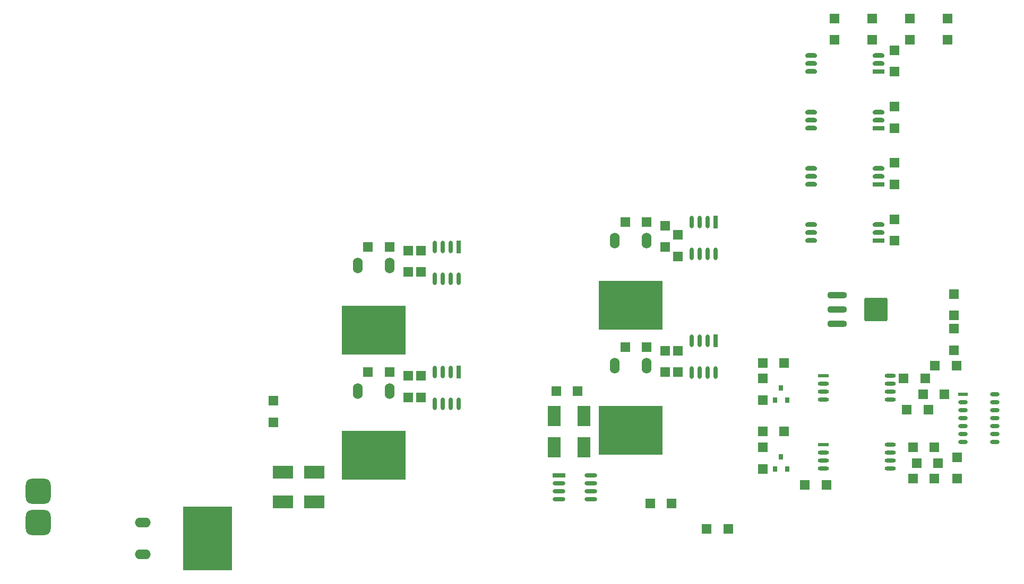
<source format=gtp>
G04 Layer_Color=8421504*
%FSLAX43Y43*%
%MOMM*%
G71*
G01*
G75*
%ADD10R,1.524X1.524*%
%ADD11R,1.524X1.524*%
%ADD12R,3.200X2.000*%
%ADD13R,2.000X3.200*%
%ADD14O,1.800X0.600*%
%ADD15R,1.800X0.600*%
%ADD16O,1.910X0.762*%
%ADD17R,1.910X0.762*%
%ADD18O,1.524X0.610*%
%ADD19R,1.524X0.610*%
G04:AMPARAMS|DCode=20|XSize=4mm|YSize=4mm|CornerRadius=1mm|HoleSize=0mm|Usage=FLASHONLY|Rotation=90.000|XOffset=0mm|YOffset=0mm|HoleType=Round|Shape=RoundedRectangle|*
%AMROUNDEDRECTD20*
21,1,4.000,2.000,0,0,90.0*
21,1,2.000,4.000,0,0,90.0*
1,1,2.000,1.000,1.000*
1,1,2.000,1.000,-1.000*
1,1,2.000,-1.000,-1.000*
1,1,2.000,-1.000,1.000*
%
%ADD20ROUNDEDRECTD20*%
%ADD21R,0.635X2.032*%
%ADD22O,0.635X2.032*%
%ADD23R,2.032X0.635*%
%ADD24O,2.032X0.635*%
%ADD25R,7.874X10.160*%
%ADD26O,2.540X1.524*%
%ADD27O,1.524X2.540*%
%ADD28R,10.160X7.874*%
%ADD29O,3.150X1.100*%
%ADD30O,3.150X1.100*%
G04:AMPARAMS|DCode=31|XSize=3.8mm|YSize=3.8mm|CornerRadius=0.38mm|HoleSize=0mm|Usage=FLASHONLY|Rotation=270.000|XOffset=0mm|YOffset=0mm|HoleType=Round|Shape=RoundedRectangle|*
%AMROUNDEDRECTD31*
21,1,3.800,3.040,0,0,270.0*
21,1,3.040,3.800,0,0,270.0*
1,1,0.760,-1.520,-1.520*
1,1,0.760,-1.520,1.520*
1,1,0.760,1.520,1.520*
1,1,0.760,1.520,-1.520*
%
%ADD31ROUNDEDRECTD31*%
%ADD32R,0.800X0.900*%
D10*
X157500Y98000D02*
D03*
Y101429D02*
D03*
X82000Y55000D02*
D03*
Y58429D02*
D03*
X80000Y55000D02*
D03*
Y58429D02*
D03*
X157500Y107000D02*
D03*
Y110429D02*
D03*
X82000Y75000D02*
D03*
Y78429D02*
D03*
X80000Y75000D02*
D03*
Y78429D02*
D03*
X157500Y80000D02*
D03*
Y83429D02*
D03*
X123000Y59000D02*
D03*
Y62429D02*
D03*
X121000Y59000D02*
D03*
Y62429D02*
D03*
X157500Y89000D02*
D03*
Y92429D02*
D03*
X123000Y77500D02*
D03*
Y80929D02*
D03*
X121000Y79000D02*
D03*
Y82429D02*
D03*
X136500Y58000D02*
D03*
Y54571D02*
D03*
X167000Y71500D02*
D03*
Y68071D02*
D03*
Y62500D02*
D03*
Y65929D02*
D03*
X136500Y47000D02*
D03*
Y43571D02*
D03*
X167500Y42000D02*
D03*
Y45429D02*
D03*
X160000Y115500D02*
D03*
Y112071D02*
D03*
X148000Y115500D02*
D03*
Y112071D02*
D03*
X154000Y115500D02*
D03*
Y112071D02*
D03*
X166000Y115500D02*
D03*
Y112071D02*
D03*
X58500Y51000D02*
D03*
Y54429D02*
D03*
D11*
X136500Y60500D02*
D03*
X139929D02*
D03*
X159500Y53000D02*
D03*
X162929D02*
D03*
X159000Y58000D02*
D03*
X162429D02*
D03*
X165500Y55500D02*
D03*
X162071D02*
D03*
X164000Y60000D02*
D03*
X167429D02*
D03*
X136500Y49500D02*
D03*
X139929D02*
D03*
X160500Y47000D02*
D03*
X163929D02*
D03*
X160500Y42000D02*
D03*
X163929D02*
D03*
X164500Y44500D02*
D03*
X161071D02*
D03*
X131000Y34000D02*
D03*
X127571D02*
D03*
X122000Y38000D02*
D03*
X118571D02*
D03*
X77000Y59000D02*
D03*
X73571D02*
D03*
X118000Y63000D02*
D03*
X114571D02*
D03*
X77000Y79000D02*
D03*
X73571D02*
D03*
X118000Y83000D02*
D03*
X114571D02*
D03*
X143250Y41000D02*
D03*
X146679D02*
D03*
X107000Y56000D02*
D03*
X103571D02*
D03*
D12*
X60000Y43000D02*
D03*
Y38300D02*
D03*
X65000Y43000D02*
D03*
Y38300D02*
D03*
D13*
X108000Y52000D02*
D03*
X103300D02*
D03*
X108000Y47000D02*
D03*
X103300D02*
D03*
D14*
X156850Y58405D02*
D03*
Y57135D02*
D03*
Y55865D02*
D03*
Y54595D02*
D03*
X146150D02*
D03*
Y55865D02*
D03*
Y57135D02*
D03*
X156850Y47405D02*
D03*
Y46135D02*
D03*
Y44865D02*
D03*
Y43595D02*
D03*
X146150D02*
D03*
Y44865D02*
D03*
Y46135D02*
D03*
D15*
Y58405D02*
D03*
Y47405D02*
D03*
D16*
X144260Y109540D02*
D03*
Y108270D02*
D03*
Y107000D02*
D03*
X155000Y109540D02*
D03*
Y108270D02*
D03*
X144260Y100540D02*
D03*
Y99270D02*
D03*
Y98000D02*
D03*
X155000Y100540D02*
D03*
Y99270D02*
D03*
X144260Y82540D02*
D03*
Y81270D02*
D03*
Y80000D02*
D03*
X155000Y82540D02*
D03*
Y81270D02*
D03*
X144260Y91540D02*
D03*
Y90270D02*
D03*
Y89000D02*
D03*
X155000Y91540D02*
D03*
Y90270D02*
D03*
D17*
Y107000D02*
D03*
Y98000D02*
D03*
Y80000D02*
D03*
Y89000D02*
D03*
D18*
X173580Y51690D02*
D03*
Y54230D02*
D03*
Y55500D02*
D03*
Y52960D02*
D03*
Y50420D02*
D03*
Y49150D02*
D03*
X168500Y50420D02*
D03*
Y49150D02*
D03*
Y47880D02*
D03*
X173580D02*
D03*
X168500Y51690D02*
D03*
Y52960D02*
D03*
Y54230D02*
D03*
D19*
Y55500D02*
D03*
D20*
X21000Y40000D02*
D03*
Y35000D02*
D03*
D21*
X88000Y59000D02*
D03*
Y79000D02*
D03*
X129000Y64000D02*
D03*
Y83000D02*
D03*
D22*
X86730Y59000D02*
D03*
X85460D02*
D03*
X84190D02*
D03*
X88000Y53920D02*
D03*
X86730D02*
D03*
X85460D02*
D03*
X84190D02*
D03*
X86730Y79000D02*
D03*
X85460D02*
D03*
X84190D02*
D03*
X88000Y73920D02*
D03*
X86730D02*
D03*
X85460D02*
D03*
X84190D02*
D03*
X127730Y64000D02*
D03*
X126460D02*
D03*
X125190D02*
D03*
X129000Y58920D02*
D03*
X127730D02*
D03*
X126460D02*
D03*
X125190D02*
D03*
X127730Y83000D02*
D03*
X126460D02*
D03*
X125190D02*
D03*
X129000Y77920D02*
D03*
X127730D02*
D03*
X126460D02*
D03*
X125190D02*
D03*
D23*
X104000Y42500D02*
D03*
D24*
Y41230D02*
D03*
Y39960D02*
D03*
Y38690D02*
D03*
X109080Y42500D02*
D03*
Y41230D02*
D03*
Y39960D02*
D03*
Y38690D02*
D03*
D25*
X47967Y32460D02*
D03*
D26*
X37680Y35000D02*
D03*
Y29920D02*
D03*
D27*
X71920Y56000D02*
D03*
X77000D02*
D03*
X112920Y80000D02*
D03*
X118000D02*
D03*
X112920Y60000D02*
D03*
X118000D02*
D03*
X71920Y76000D02*
D03*
X77000D02*
D03*
D28*
X74460Y45713D02*
D03*
X115460Y69713D02*
D03*
Y49713D02*
D03*
X74460Y65713D02*
D03*
D29*
X148400Y71300D02*
D03*
Y66700D02*
D03*
D30*
Y69000D02*
D03*
D31*
X154600Y69000D02*
D03*
D32*
X139450Y56500D02*
D03*
X138500Y54500D02*
D03*
X140400D02*
D03*
X139450Y45500D02*
D03*
X138500Y43500D02*
D03*
X140400D02*
D03*
M02*

</source>
